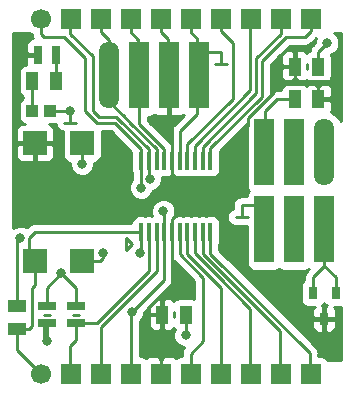
<source format=gbr>
G04 #@! TF.GenerationSoftware,KiCad,Pcbnew,(5.0.0-3-g5ebb6b6)*
G04 #@! TF.CreationDate,2019-03-01T00:57:23+03:00*
G04 #@! TF.ProjectId,mae,6D61652E6B696361645F706362000000,rev?*
G04 #@! TF.SameCoordinates,Original*
G04 #@! TF.FileFunction,Copper,L1,Top,Signal*
G04 #@! TF.FilePolarity,Positive*
%FSLAX46Y46*%
G04 Gerber Fmt 4.6, Leading zero omitted, Abs format (unit mm)*
G04 Created by KiCad (PCBNEW (5.0.0-3-g5ebb6b6)) date *
%MOMM*%
%LPD*%
G01*
G04 APERTURE LIST*
G04 #@! TA.AperFunction,SMDPad,CuDef*
%ADD10R,1.000000X1.500000*%
G04 #@! TD*
G04 #@! TA.AperFunction,SMDPad,CuDef*
%ADD11R,0.400000X1.500000*%
G04 #@! TD*
G04 #@! TA.AperFunction,SMDPad,CuDef*
%ADD12R,1.000000X1.000000*%
G04 #@! TD*
G04 #@! TA.AperFunction,SMDPad,CuDef*
%ADD13R,0.800000X1.100000*%
G04 #@! TD*
G04 #@! TA.AperFunction,SMDPad,CuDef*
%ADD14R,0.750000X1.500000*%
G04 #@! TD*
G04 #@! TA.AperFunction,SMDPad,CuDef*
%ADD15R,2.000000X2.000000*%
G04 #@! TD*
G04 #@! TA.AperFunction,SMDPad,CuDef*
%ADD16R,1.500000X0.750000*%
G04 #@! TD*
G04 #@! TA.AperFunction,ComponentPad*
%ADD17R,1.700000X1.700000*%
G04 #@! TD*
G04 #@! TA.AperFunction,ComponentPad*
%ADD18C,1.700000*%
G04 #@! TD*
G04 #@! TA.AperFunction,SMDPad,CuDef*
%ADD19O,1.700000X5.700000*%
G04 #@! TD*
G04 #@! TA.AperFunction,SMDPad,CuDef*
%ADD20R,1.700000X5.700000*%
G04 #@! TD*
G04 #@! TA.AperFunction,SMDPad,CuDef*
%ADD21R,1.500000X1.000000*%
G04 #@! TD*
G04 #@! TA.AperFunction,ViaPad*
%ADD22C,0.800000*%
G04 #@! TD*
G04 #@! TA.AperFunction,Conductor*
%ADD23C,0.250000*%
G04 #@! TD*
G04 APERTURE END LIST*
D10*
G04 #@! TO.P,C3,1*
G04 #@! TO.N,/VCC*
X107000000Y-149000000D03*
G04 #@! TO.P,C3,2*
G04 #@! TO.N,/0\0412*
X109000000Y-149000000D03*
G04 #@! TD*
D11*
G04 #@! TO.P,DD1,11*
G04 #@! TO.N,/ADCT2*
X111100000Y-136000000D03*
G04 #@! TO.P,DD1,10*
G04 #@! TO.N,/EnRS*
X111100000Y-142000000D03*
G04 #@! TO.P,DD1,12*
G04 #@! TO.N,/ADC_T1*
X110450000Y-136000000D03*
G04 #@! TO.P,DD1,9*
G04 #@! TO.N,/RX*
X110450000Y-142000000D03*
G04 #@! TO.P,DD1,13*
G04 #@! TO.N,/ADC_3V*
X109800000Y-136000000D03*
G04 #@! TO.P,DD1,8*
G04 #@! TO.N,/TX*
X109800000Y-142000000D03*
G04 #@! TO.P,DD1,14*
G04 #@! TO.N,/ADC5_6V*
X109150000Y-136000000D03*
G04 #@! TO.P,DD1,7*
G04 #@! TO.N,/G1*
X109150000Y-142000000D03*
G04 #@! TO.P,DD1,15*
G04 #@! TO.N,/0\0412*
X108500000Y-136000000D03*
G04 #@! TO.P,DD1,6*
G04 #@! TO.N,/G2*
X108500000Y-142000000D03*
G04 #@! TO.P,DD1,16*
G04 #@! TO.N,/VCC*
X107850000Y-136000000D03*
G04 #@! TO.P,DD1,5*
X107850000Y-142000000D03*
G04 #@! TO.P,DD1,17*
G04 #@! TO.N,/TXboot_SCL*
X107200000Y-136000000D03*
G04 #@! TO.P,DD1,4*
G04 #@! TO.N,/RES*
X107200000Y-142000000D03*
G04 #@! TO.P,DD1,18*
G04 #@! TO.N,/RXboot_SDA*
X106550000Y-136000000D03*
G04 #@! TO.P,DD1,3*
G04 #@! TO.N,/G3*
X106550000Y-142000000D03*
G04 #@! TO.P,DD1,19*
G04 #@! TO.N,/DIO*
X105900000Y-136000000D03*
G04 #@! TO.P,DD1,2*
G04 #@! TO.N,/G4*
X105900000Y-142000000D03*
G04 #@! TO.P,DD1,20*
G04 #@! TO.N,/CLK*
X105250000Y-136000000D03*
G04 #@! TO.P,DD1,1*
G04 #@! TO.N,/BOOT_mode*
X105250000Y-142000000D03*
G04 #@! TD*
D10*
G04 #@! TO.P,C4,2*
G04 #@! TO.N,/0\0412*
X120250000Y-128000000D03*
G04 #@! TO.P,C4,1*
G04 #@! TO.N,/VCC*
X118250000Y-128000000D03*
G04 #@! TD*
D12*
G04 #@! TO.P,HL1,1*
G04 #@! TO.N,Net-(HL1-Pad1)*
X96000000Y-131750000D03*
G04 #@! TO.P,HL1,2*
G04 #@! TO.N,/0\0412*
X97500000Y-131750000D03*
G04 #@! TD*
D10*
G04 #@! TO.P,R1,1*
G04 #@! TO.N,Net-(R1-Pad1)*
X98000000Y-129250000D03*
G04 #@! TO.P,R1,2*
G04 #@! TO.N,Net-(HL1-Pad1)*
X96000000Y-129250000D03*
G04 #@! TD*
D13*
G04 #@! TO.P,VD1,1*
G04 #@! TO.N,/VCCprog*
X121700000Y-147150000D03*
X119800000Y-147150000D03*
G04 #@! TO.P,VD1,2*
G04 #@! TO.N,/VCC*
X120750000Y-149350000D03*
G04 #@! TD*
D14*
G04 #@! TO.P,X1,1*
G04 #@! TO.N,Net-(R1-Pad1)*
X98000000Y-127000000D03*
G04 #@! TO.P,X1,2*
G04 #@! TO.N,/VCC*
X96500000Y-127000000D03*
G04 #@! TD*
D15*
G04 #@! TO.P,K1,1*
G04 #@! TO.N,/BOOT_mode*
X96250000Y-144500000D03*
G04 #@! TO.P,K1,2*
G04 #@! TO.N,/VCC*
X96250000Y-134500000D03*
G04 #@! TD*
G04 #@! TO.P,K2,2*
G04 #@! TO.N,/0\0412*
X100250000Y-134500000D03*
G04 #@! TO.P,K2,1*
G04 #@! TO.N,/RES*
X100250000Y-144500000D03*
G04 #@! TD*
D16*
G04 #@! TO.P,C1,2*
G04 #@! TO.N,/0\0412*
X99750000Y-148250000D03*
G04 #@! TO.P,C1,1*
G04 #@! TO.N,/G4*
X99750000Y-149750000D03*
G04 #@! TD*
G04 #@! TO.P,C2,1*
G04 #@! TO.N,/G3*
X97250000Y-149750000D03*
G04 #@! TO.P,C2,2*
G04 #@! TO.N,/0\0412*
X97250000Y-148250000D03*
G04 #@! TD*
D17*
G04 #@! TO.P,XP4,10*
G04 #@! TO.N,/ADCT2*
X119610000Y-124000000D03*
G04 #@! TO.P,XP4,9*
G04 #@! TO.N,/ADC_T1*
X117070000Y-124000000D03*
G04 #@! TO.P,XP4,8*
G04 #@! TO.N,/ADC_3V*
X114530000Y-124000000D03*
G04 #@! TO.P,XP4,7*
G04 #@! TO.N,/ADC5_6V*
X111990000Y-124000000D03*
G04 #@! TO.P,XP4,6*
G04 #@! TO.N,/0\0412*
X109450000Y-124000000D03*
G04 #@! TO.P,XP4,5*
G04 #@! TO.N,/VCC*
X106910000Y-124000000D03*
G04 #@! TO.P,XP4,4*
G04 #@! TO.N,/TXboot_SCL*
X104370000Y-124000000D03*
G04 #@! TO.P,XP4,3*
G04 #@! TO.N,/RXboot_SDA*
X101830000Y-124000000D03*
G04 #@! TO.P,XP4,2*
G04 #@! TO.N,/DIO*
X99290000Y-124000000D03*
D18*
G04 #@! TO.P,XP4,1*
G04 #@! TO.N,/CLK*
X96750000Y-124000000D03*
G04 #@! TD*
G04 #@! TO.P,XP1,1*
G04 #@! TO.N,/BOOT_mode*
X96750000Y-154000000D03*
D17*
G04 #@! TO.P,XP1,2*
G04 #@! TO.N,/G4*
X99290000Y-154000000D03*
G04 #@! TO.P,XP1,3*
G04 #@! TO.N,/G3*
X101830000Y-154000000D03*
G04 #@! TO.P,XP1,4*
G04 #@! TO.N,/RES*
X104370000Y-154000000D03*
G04 #@! TO.P,XP1,5*
G04 #@! TO.N,/VCC*
X106910000Y-154000000D03*
G04 #@! TO.P,XP1,6*
G04 #@! TO.N,/G2*
X109450000Y-154000000D03*
G04 #@! TO.P,XP1,7*
G04 #@! TO.N,/G1*
X111990000Y-154000000D03*
G04 #@! TO.P,XP1,8*
G04 #@! TO.N,/TX*
X114530000Y-154000000D03*
G04 #@! TO.P,XP1,9*
G04 #@! TO.N,/RX*
X117070000Y-154000000D03*
G04 #@! TO.P,XP1,10*
G04 #@! TO.N,/EnRS*
X119610000Y-154000000D03*
G04 #@! TD*
D19*
G04 #@! TO.P,XP2,1*
G04 #@! TO.N,/RXboot_SDA*
X102500000Y-128750000D03*
D20*
G04 #@! TO.P,XP2,2*
G04 #@! TO.N,/TXboot_SCL*
X105040000Y-128750000D03*
G04 #@! TO.P,XP2,3*
G04 #@! TO.N,/VCC*
X107580000Y-128750000D03*
G04 #@! TO.P,XP2,4*
G04 #@! TO.N,/0\0412*
X110120000Y-128750000D03*
G04 #@! TD*
D19*
G04 #@! TO.P,XP3,1*
G04 #@! TO.N,/DIO*
X120750000Y-135250000D03*
D20*
G04 #@! TO.P,XP3,3*
G04 #@! TO.N,/CLK*
X118210000Y-135250000D03*
G04 #@! TO.P,XP3,5*
G04 #@! TO.N,/RES*
X115670000Y-135250000D03*
G04 #@! TO.P,XP3,2*
G04 #@! TO.N,/VCCprog*
X120750000Y-141790000D03*
G04 #@! TO.P,XP3,4*
G04 #@! TO.N,/BOOT_mode*
X118210000Y-141790000D03*
G04 #@! TO.P,XP3,6*
G04 #@! TO.N,/0\0412*
X115670000Y-141790000D03*
G04 #@! TD*
D21*
G04 #@! TO.P,R2,1*
G04 #@! TO.N,/0\0412*
X94750000Y-148250000D03*
G04 #@! TO.P,R2,2*
G04 #@! TO.N,/BOOT_mode*
X94750000Y-150250000D03*
G04 #@! TD*
D10*
G04 #@! TO.P,R3,2*
G04 #@! TO.N,/RES*
X118250000Y-130750000D03*
G04 #@! TO.P,R3,1*
G04 #@! TO.N,/VCC*
X120250000Y-130750000D03*
G04 #@! TD*
D22*
G04 #@! TO.N,/0\0412*
X115750000Y-139750000D03*
X110250000Y-126750000D03*
X109000000Y-150750000D03*
X99250000Y-131750000D03*
X95000000Y-142500000D03*
X100250000Y-136250000D03*
X121000000Y-126000000D03*
X98500000Y-145500000D03*
G04 #@! TO.N,/G3*
X97250000Y-151250000D03*
G04 #@! TO.N,/RES*
X104500000Y-148750000D03*
X115750000Y-137250000D03*
X107125000Y-140250000D03*
X102000000Y-143750000D03*
G04 #@! TO.N,/BOOT_mode*
X118250000Y-140000000D03*
X105175000Y-143750000D03*
G04 #@! TO.N,/DIO*
X120750000Y-137250000D03*
X106000000Y-137500000D03*
G04 #@! TO.N,/CLK*
X118250000Y-137250000D03*
X105250000Y-138250000D03*
G04 #@! TD*
D23*
G04 #@! TO.N,*
X104500000Y-143000000D02*
X104000000Y-142500000D01*
X104000000Y-142500000D02*
X104000000Y-143500000D01*
X104000000Y-143500000D02*
X104500000Y-143000000D01*
X108000000Y-148750000D02*
X108000000Y-149250000D01*
X119250000Y-127750000D02*
X119250000Y-128250000D01*
X97000000Y-149000000D02*
X97500000Y-149000000D01*
X99500000Y-149000000D02*
X100000000Y-149000000D01*
G04 #@! TO.N,/0\0412*
X109450000Y-125100000D02*
X110000000Y-125650000D01*
X109450000Y-124000000D02*
X109450000Y-125100000D01*
X110000000Y-125650000D02*
X110000000Y-126750000D01*
X108500000Y-136000000D02*
X108500000Y-133500000D01*
X108500000Y-133500000D02*
X110000000Y-132000000D01*
X110000000Y-132000000D02*
X110000000Y-130250000D01*
X115710000Y-139790000D02*
X115750000Y-139750000D01*
X115670000Y-139790000D02*
X115710000Y-139790000D01*
X110120000Y-126750000D02*
X110250000Y-126750000D01*
X109000000Y-149000000D02*
X109000000Y-150750000D01*
X97500000Y-131750000D02*
X99250000Y-131750000D01*
X94750000Y-142750000D02*
X95000000Y-142500000D01*
X94750000Y-148250000D02*
X94750000Y-142750000D01*
X100250000Y-134500000D02*
X100250000Y-136250000D01*
X120250000Y-126750000D02*
X120250000Y-128000000D01*
X121000000Y-126000000D02*
X120250000Y-126750000D01*
X97250000Y-146750000D02*
X98500000Y-145500000D01*
X97250000Y-148250000D02*
X97250000Y-146750000D01*
X99750000Y-146750000D02*
X98500000Y-145500000D01*
X99750000Y-148250000D02*
X99750000Y-146750000D01*
X99250000Y-131750000D02*
X99250000Y-132750000D01*
X99250000Y-132750000D02*
X98750000Y-132750000D01*
X99250000Y-132750000D02*
X99750000Y-132750000D01*
X112000000Y-127750000D02*
X111500000Y-127750000D01*
X112000000Y-127750000D02*
X112500000Y-127750000D01*
X112000000Y-126750000D02*
X112000000Y-127750000D01*
X110250000Y-126750000D02*
X112000000Y-126750000D01*
X115750000Y-139750000D02*
X113750000Y-139750000D01*
X113750000Y-139750000D02*
X113750000Y-140750000D01*
X113750000Y-140750000D02*
X113250000Y-140750000D01*
X113750000Y-140750000D02*
X114250000Y-140750000D01*
G04 #@! TO.N,/VCC*
X106910000Y-125100000D02*
X107500000Y-125690000D01*
X106910000Y-124000000D02*
X106910000Y-125100000D01*
X107500000Y-125690000D02*
X107500000Y-127000000D01*
X107850000Y-136000000D02*
X107850000Y-132350000D01*
X107850000Y-132350000D02*
X107500000Y-132000000D01*
X107500000Y-132000000D02*
X107500000Y-129250000D01*
X106910000Y-154000000D02*
X106910000Y-149090000D01*
X107000000Y-149000000D02*
X107000000Y-147500000D01*
X107850000Y-146650000D02*
X107850000Y-145000000D01*
X107000000Y-147500000D02*
X107850000Y-146650000D01*
X107850000Y-142000000D02*
X107850000Y-145000000D01*
X120250000Y-129750000D02*
X120000000Y-129500000D01*
X120250000Y-130750000D02*
X120250000Y-129750000D01*
X119000000Y-129500000D02*
X118500000Y-129500000D01*
X118500000Y-129500000D02*
X118250000Y-129250000D01*
X118250000Y-129250000D02*
X118250000Y-128000000D01*
X107850000Y-142000000D02*
X107850000Y-140900000D01*
X107850000Y-140900000D02*
X108250000Y-140500000D01*
X108250000Y-140500000D02*
X108250000Y-138500000D01*
X108250000Y-138500000D02*
X108750000Y-138000000D01*
X108750000Y-138000000D02*
X107850000Y-137100000D01*
X107850000Y-137000000D02*
X107850000Y-136100000D01*
X107850000Y-137100000D02*
X107850000Y-137000000D01*
X118250000Y-128000000D02*
X118250000Y-129000000D01*
X118250000Y-129000000D02*
X118000000Y-129250000D01*
X118000000Y-129250000D02*
X117250000Y-129250000D01*
X118250000Y-129000000D02*
X118500000Y-129250000D01*
X118500000Y-129250000D02*
X121500000Y-129250000D01*
X119250000Y-129500000D02*
X117000000Y-129500000D01*
X120000000Y-129500000D02*
X119250000Y-129500000D01*
X119250000Y-129500000D02*
X119000000Y-129500000D01*
X120250000Y-129750000D02*
X120500000Y-129500000D01*
X120500000Y-129500000D02*
X121500000Y-129500000D01*
X107850000Y-136000000D02*
X107850000Y-137150000D01*
X107850000Y-137150000D02*
X107500000Y-137500000D01*
X114250000Y-133000000D02*
X112750000Y-134500000D01*
X114250000Y-132386410D02*
X114250000Y-133000000D01*
X116500000Y-130136410D02*
X114250000Y-132386410D01*
X112750000Y-136750000D02*
X111500000Y-138000000D01*
X112750000Y-134500000D02*
X112750000Y-136750000D01*
X116500000Y-128500000D02*
X116500000Y-130136410D01*
X111500000Y-138000000D02*
X108750000Y-138000000D01*
X117000000Y-128000000D02*
X116500000Y-128500000D01*
X118250000Y-128000000D02*
X117000000Y-128000000D01*
X107000000Y-149000000D02*
X106000000Y-149000000D01*
X106000000Y-149000000D02*
X105750000Y-149000000D01*
X105750000Y-149000000D02*
X105750000Y-148750000D01*
X105750000Y-148750000D02*
X105750000Y-148500000D01*
X107500000Y-146750000D02*
X108000000Y-146250000D01*
X105750000Y-148500000D02*
X107500000Y-146750000D01*
X107500000Y-146750000D02*
X107750000Y-146500000D01*
G04 #@! TO.N,/RX*
X110450000Y-143836410D02*
X117000000Y-150386410D01*
X110450000Y-142000000D02*
X110450000Y-143836410D01*
X117000000Y-150386410D02*
X117000000Y-153750000D01*
G04 #@! TO.N,/G4*
X105900000Y-142000000D02*
X105900000Y-145350000D01*
X105900000Y-145350000D02*
X101500000Y-149750000D01*
X99250000Y-151625000D02*
X99250000Y-153549990D01*
X99750000Y-149750000D02*
X99750000Y-151125000D01*
X99750000Y-151125000D02*
X99250000Y-151625000D01*
X99750000Y-149750000D02*
X101000000Y-149750000D01*
X101000000Y-149750000D02*
X101500000Y-149750000D01*
X100500000Y-149750000D02*
X101000000Y-149750000D01*
G04 #@! TO.N,/G3*
X101830000Y-150750000D02*
X101830000Y-154000000D01*
X101830000Y-150056410D02*
X101830000Y-150750000D01*
X106550000Y-145336410D02*
X101830000Y-150056410D01*
X106550000Y-142000000D02*
X106550000Y-145336410D01*
X97000000Y-151250000D02*
X97000000Y-150500000D01*
X97000000Y-150500000D02*
X97000000Y-150750000D01*
X97000000Y-150500000D02*
X97000000Y-149750000D01*
X97250000Y-151250000D02*
X97250000Y-149750000D01*
G04 #@! TO.N,/G2*
X108500000Y-142000000D02*
X108500000Y-143886410D01*
X109450000Y-154000000D02*
X109450000Y-152300000D01*
X109450000Y-152300000D02*
X110500000Y-151250000D01*
X110500000Y-151250000D02*
X110500000Y-145886410D01*
X108500000Y-143886410D02*
X110500000Y-145886410D01*
G04 #@! TO.N,/G1*
X109150000Y-142000000D02*
X109150000Y-143900000D01*
X109150000Y-143900000D02*
X112000000Y-146750000D01*
X112000000Y-146750000D02*
X112000000Y-154000000D01*
G04 #@! TO.N,/RES*
X104370000Y-148880000D02*
X104500000Y-148750000D01*
X104370000Y-154000000D02*
X104370000Y-148880000D01*
X107200000Y-146050000D02*
X107000000Y-146250000D01*
X107200000Y-142000000D02*
X107200000Y-146050000D01*
X104500000Y-148750000D02*
X107000000Y-146250000D01*
X115670000Y-137250000D02*
X115750000Y-137250000D01*
X107200000Y-140325000D02*
X107125000Y-140250000D01*
X107200000Y-142000000D02*
X107200000Y-140325000D01*
X118250000Y-130750000D02*
X116750000Y-130750000D01*
X116750000Y-130750000D02*
X115750000Y-131750000D01*
X115750000Y-131750000D02*
X115750000Y-135000000D01*
X100250000Y-144500000D02*
X101750000Y-144500000D01*
X101750000Y-144500000D02*
X102000000Y-144250000D01*
X102000000Y-144250000D02*
X102000000Y-143750000D01*
G04 #@! TO.N,/TX*
X109800000Y-143822820D02*
X112250000Y-146272820D01*
X109800000Y-142000000D02*
X109800000Y-143822820D01*
X109800000Y-143822820D02*
X114500000Y-148522820D01*
X114500000Y-148522820D02*
X114500000Y-154000000D01*
G04 #@! TO.N,/EnRS*
X111100000Y-142000000D02*
X111100000Y-143850000D01*
X111100000Y-143850000D02*
X119500000Y-152250000D01*
X119500000Y-152250000D02*
X119500000Y-154250000D01*
G04 #@! TO.N,Net-(R1-Pad1)*
X98000000Y-129250000D02*
X98000000Y-127250000D01*
G04 #@! TO.N,/VCCprog*
X120750000Y-144900000D02*
X119800000Y-145850000D01*
X120750000Y-139790000D02*
X120750000Y-144900000D01*
X121700000Y-145850000D02*
X120750000Y-144900000D01*
X121700000Y-147150000D02*
X121700000Y-146250000D01*
X121700000Y-146250000D02*
X121700000Y-145850000D01*
X121700000Y-146650000D02*
X121700000Y-146250000D01*
X119800000Y-147150000D02*
X119800000Y-146500000D01*
X119800000Y-146500000D02*
X119800000Y-146650000D01*
X119800000Y-145850000D02*
X119800000Y-146500000D01*
G04 #@! TO.N,/ADC_T1*
X110450000Y-134800000D02*
X110450000Y-136000000D01*
X115000000Y-130250000D02*
X110450000Y-134800000D01*
X115000000Y-127320000D02*
X115000000Y-130250000D01*
X117070000Y-125250000D02*
X115000000Y-127320000D01*
X117070000Y-124000000D02*
X117070000Y-125250000D01*
G04 #@! TO.N,/ADCT2*
X115450010Y-130549990D02*
X111100000Y-134900000D01*
X115450010Y-127549990D02*
X115450010Y-130549990D01*
X117500000Y-125500000D02*
X115450010Y-127549990D01*
X111100000Y-134900000D02*
X111100000Y-136000000D01*
X119610000Y-125000000D02*
X119110000Y-125500000D01*
X119110000Y-125500000D02*
X117500000Y-125500000D01*
X119610000Y-124000000D02*
X119610000Y-125000000D01*
G04 #@! TO.N,/BOOT_mode*
X105250000Y-142000000D02*
X104800000Y-142000000D01*
X104800000Y-142000000D02*
X96250000Y-142000000D01*
X96250000Y-142000000D02*
X95750000Y-142500000D01*
X95750000Y-142500000D02*
X95750000Y-144000000D01*
X95750000Y-153000000D02*
X96750000Y-154000000D01*
X118210000Y-139960000D02*
X118250000Y-140000000D01*
X118210000Y-139790000D02*
X118210000Y-139960000D01*
X105250000Y-143675000D02*
X105175000Y-143750000D01*
X105250000Y-142000000D02*
X105250000Y-143675000D01*
X94750000Y-150250000D02*
X94750000Y-151500000D01*
X94750000Y-152000000D02*
X94750000Y-151500000D01*
X95750000Y-153000000D02*
X94750000Y-152000000D01*
X95750000Y-150250000D02*
X96000000Y-150000000D01*
X94750000Y-150250000D02*
X95750000Y-150250000D01*
X96000000Y-150000000D02*
X96000000Y-147250000D01*
X96000000Y-147250000D02*
X96000000Y-146750000D01*
X96000000Y-146750000D02*
X96250000Y-146500000D01*
X96250000Y-146500000D02*
X96250000Y-144500000D01*
G04 #@! TO.N,/ADC_3V*
X109800000Y-136000000D02*
X109800000Y-134700000D01*
X109800000Y-134700000D02*
X114500000Y-130000000D01*
X114500000Y-130000000D02*
X114500000Y-124000000D01*
G04 #@! TO.N,/ADC5_6V*
X111990000Y-125000000D02*
X112000000Y-125000000D01*
X111990000Y-124000000D02*
X111990000Y-125000000D01*
X112000000Y-125000000D02*
X113000000Y-126000000D01*
X113000000Y-126000000D02*
X113000000Y-130750000D01*
X109150000Y-134600000D02*
X113000000Y-130750000D01*
X109150000Y-136000000D02*
X109150000Y-134600000D01*
G04 #@! TO.N,/TXboot_SCL*
X104370000Y-125100000D02*
X105000000Y-125730000D01*
X104370000Y-124000000D02*
X104370000Y-125100000D01*
X105000000Y-125730000D02*
X105000000Y-128000000D01*
X107200000Y-136000000D02*
X107200000Y-135000000D01*
X105040000Y-126750000D02*
X105040000Y-132840000D01*
X105450000Y-133250000D02*
X105250000Y-133050000D01*
X105040000Y-132840000D02*
X105450000Y-133250000D01*
X107200000Y-135000000D02*
X105450000Y-133250000D01*
G04 #@! TO.N,/RXboot_SDA*
X101830000Y-125100000D02*
X102500000Y-125770000D01*
X101830000Y-124000000D02*
X101830000Y-125100000D01*
X102500000Y-125770000D02*
X102500000Y-127750000D01*
X104300000Y-132750000D02*
X104286410Y-132750000D01*
X106550000Y-135000000D02*
X104300000Y-132750000D01*
X106550000Y-136000000D02*
X106550000Y-135000000D01*
X104286410Y-132750000D02*
X103750000Y-132213590D01*
X103750000Y-132213590D02*
X102536410Y-131000000D01*
X102536410Y-131000000D02*
X102536410Y-130786410D01*
G04 #@! TO.N,/DIO*
X103400000Y-132500000D02*
X103386410Y-132500000D01*
X105900000Y-135000000D02*
X103400000Y-132500000D01*
X105900000Y-136000000D02*
X105900000Y-135000000D01*
X103386410Y-132500000D02*
X103136410Y-132250000D01*
X103136410Y-132250000D02*
X101636410Y-132250000D01*
X105900000Y-137400000D02*
X106000000Y-137500000D01*
X105900000Y-136000000D02*
X105900000Y-137400000D01*
X101136410Y-127136410D02*
X99250000Y-125250000D01*
X101136410Y-131750000D02*
X101136410Y-127136410D01*
X99250000Y-125250000D02*
X99250000Y-124000000D01*
X101636410Y-132250000D02*
X101136410Y-131750000D01*
G04 #@! TO.N,/CLK*
X118210000Y-137250000D02*
X118250000Y-137250000D01*
X105250000Y-136000000D02*
X105250000Y-138250000D01*
X105250000Y-135000000D02*
X105250000Y-136000000D01*
X103000000Y-132750000D02*
X105250000Y-135000000D01*
X101500000Y-132750000D02*
X103000000Y-132750000D01*
X96750000Y-125250000D02*
X97000000Y-125500000D01*
X100500000Y-127250000D02*
X100500000Y-131750000D01*
X98750000Y-125500000D02*
X100500000Y-127250000D01*
X100500000Y-131750000D02*
X101500000Y-132750000D01*
X97000000Y-125500000D02*
X98750000Y-125500000D01*
X96750000Y-124000000D02*
X96750000Y-125250000D01*
G04 #@! TO.N,Net-(HL1-Pad1)*
X96000000Y-129250000D02*
X96000000Y-131500000D01*
G04 #@! TD*
G04 #@! TO.N,/VCC*
G36*
X95914480Y-125250445D02*
X95991763Y-125282457D01*
X96030534Y-125477364D01*
X96043517Y-125542635D01*
X96098551Y-125625000D01*
X96000680Y-125625000D01*
X95770966Y-125720150D01*
X95595151Y-125895966D01*
X95500000Y-126125680D01*
X95500000Y-126768750D01*
X95656250Y-126925000D01*
X96425000Y-126925000D01*
X96425000Y-126905000D01*
X96575000Y-126905000D01*
X96575000Y-126925000D01*
X96595000Y-126925000D01*
X96595000Y-127075000D01*
X96575000Y-127075000D01*
X96575000Y-127095000D01*
X96425000Y-127095000D01*
X96425000Y-127075000D01*
X95656250Y-127075000D01*
X95500000Y-127231250D01*
X95500000Y-127862756D01*
X95256137Y-127911263D01*
X95049400Y-128049400D01*
X94911263Y-128256137D01*
X94862756Y-128500000D01*
X94862756Y-130000000D01*
X94911263Y-130243863D01*
X95049400Y-130450600D01*
X95250001Y-130584637D01*
X95250001Y-130665363D01*
X95049400Y-130799400D01*
X94911263Y-131006137D01*
X94862756Y-131250000D01*
X94862756Y-132250000D01*
X94911263Y-132493863D01*
X95049400Y-132700600D01*
X95256137Y-132838737D01*
X95438445Y-132875000D01*
X95125680Y-132875000D01*
X94895966Y-132970151D01*
X94720150Y-133145966D01*
X94625000Y-133375680D01*
X94625000Y-134268750D01*
X94781250Y-134425000D01*
X96175000Y-134425000D01*
X96175000Y-134405000D01*
X96325000Y-134405000D01*
X96325000Y-134425000D01*
X97718750Y-134425000D01*
X97875000Y-134268750D01*
X97875000Y-133375680D01*
X97779850Y-133145966D01*
X97604034Y-132970151D01*
X97403880Y-132887244D01*
X98000000Y-132887244D01*
X98012127Y-132884832D01*
X98043516Y-133042635D01*
X98209280Y-133290720D01*
X98457365Y-133456484D01*
X98615168Y-133487873D01*
X98612756Y-133500000D01*
X98612756Y-135500000D01*
X98661263Y-135743863D01*
X98799400Y-135950600D01*
X99006137Y-136088737D01*
X99225000Y-136132271D01*
X99225000Y-136453885D01*
X99381047Y-136830616D01*
X99669384Y-137118953D01*
X100046115Y-137275000D01*
X100453885Y-137275000D01*
X100830616Y-137118953D01*
X101118953Y-136830616D01*
X101275000Y-136453885D01*
X101275000Y-136132271D01*
X101493863Y-136088737D01*
X101700600Y-135950600D01*
X101838737Y-135743863D01*
X101887244Y-135500000D01*
X101887244Y-133500000D01*
X102689341Y-133500000D01*
X104417167Y-135227826D01*
X104412756Y-135250000D01*
X104412756Y-136750000D01*
X104461263Y-136993863D01*
X104500000Y-137051838D01*
X104500001Y-137550430D01*
X104381047Y-137669384D01*
X104225000Y-138046115D01*
X104225000Y-138453885D01*
X104381047Y-138830616D01*
X104669384Y-139118953D01*
X105046115Y-139275000D01*
X105453885Y-139275000D01*
X105830616Y-139118953D01*
X106118953Y-138830616D01*
X106254171Y-138504171D01*
X106580616Y-138368953D01*
X106868953Y-138080616D01*
X107025000Y-137703885D01*
X107025000Y-137387244D01*
X107400000Y-137387244D01*
X107504877Y-137366383D01*
X107525680Y-137375000D01*
X107618750Y-137375000D01*
X107677465Y-137316285D01*
X107850000Y-137201001D01*
X108022535Y-137316285D01*
X108081250Y-137375000D01*
X108174320Y-137375000D01*
X108195123Y-137366383D01*
X108300000Y-137387244D01*
X108700000Y-137387244D01*
X108825000Y-137362380D01*
X108950000Y-137387244D01*
X109350000Y-137387244D01*
X109475000Y-137362380D01*
X109600000Y-137387244D01*
X110000000Y-137387244D01*
X110125000Y-137362380D01*
X110250000Y-137387244D01*
X110650000Y-137387244D01*
X110775000Y-137362380D01*
X110900000Y-137387244D01*
X111300000Y-137387244D01*
X111543863Y-137338737D01*
X111750600Y-137200600D01*
X111888737Y-136993863D01*
X111937244Y-136750000D01*
X111937244Y-135250000D01*
X111916242Y-135144417D01*
X114182756Y-132877904D01*
X114182756Y-138100000D01*
X114231263Y-138343863D01*
X114348954Y-138520000D01*
X114231263Y-138696137D01*
X114182756Y-138940000D01*
X114182756Y-139000000D01*
X113823866Y-139000000D01*
X113750000Y-138985307D01*
X113475041Y-139040000D01*
X113457365Y-139043516D01*
X113209280Y-139209280D01*
X113043516Y-139457365D01*
X112985307Y-139750000D01*
X113000000Y-139823867D01*
X113000000Y-140035035D01*
X112957365Y-140043516D01*
X112709280Y-140209280D01*
X112543516Y-140457365D01*
X112485307Y-140750000D01*
X112543516Y-141042635D01*
X112709280Y-141290720D01*
X112957365Y-141456484D01*
X113176134Y-141500000D01*
X113676134Y-141500000D01*
X113750000Y-141514693D01*
X113823866Y-141500000D01*
X114182756Y-141500000D01*
X114182756Y-144640000D01*
X114231263Y-144883863D01*
X114369400Y-145090600D01*
X114576137Y-145228737D01*
X114820000Y-145277244D01*
X116520000Y-145277244D01*
X116763863Y-145228737D01*
X116940000Y-145111046D01*
X117116137Y-145228737D01*
X117360000Y-145277244D01*
X119060000Y-145277244D01*
X119303863Y-145228737D01*
X119474860Y-145114480D01*
X119321906Y-145267435D01*
X119259280Y-145309280D01*
X119093516Y-145557366D01*
X119063298Y-145709281D01*
X119035307Y-145850000D01*
X119050000Y-145923865D01*
X119050000Y-146082181D01*
X118949400Y-146149400D01*
X118811263Y-146356137D01*
X118762756Y-146600000D01*
X118762756Y-147700000D01*
X118811263Y-147943863D01*
X118949400Y-148150600D01*
X119156137Y-148288737D01*
X119400000Y-148337244D01*
X119928873Y-148337244D01*
X119820150Y-148445966D01*
X119725000Y-148675680D01*
X119725000Y-149118750D01*
X119881250Y-149275000D01*
X120675000Y-149275000D01*
X120675000Y-148331250D01*
X120556935Y-148213185D01*
X120650600Y-148150600D01*
X120750000Y-148001837D01*
X120849400Y-148150600D01*
X120943065Y-148213185D01*
X120825000Y-148331250D01*
X120825000Y-149275000D01*
X121618750Y-149275000D01*
X121775000Y-149118750D01*
X121775000Y-148675680D01*
X121679850Y-148445966D01*
X121571127Y-148337244D01*
X122100000Y-148337244D01*
X122125000Y-148332271D01*
X122125000Y-152875000D01*
X121027932Y-152875000D01*
X120910600Y-152699400D01*
X120703863Y-152561263D01*
X120460000Y-152512756D01*
X120250000Y-152512756D01*
X120250000Y-152323865D01*
X120264693Y-152250000D01*
X120238626Y-152118953D01*
X120206484Y-151957365D01*
X120040720Y-151709280D01*
X119978097Y-151667437D01*
X117891910Y-149581250D01*
X119725000Y-149581250D01*
X119725000Y-150024320D01*
X119820150Y-150254034D01*
X119995966Y-150429849D01*
X120225680Y-150525000D01*
X120518750Y-150525000D01*
X120675000Y-150368750D01*
X120675000Y-149425000D01*
X120825000Y-149425000D01*
X120825000Y-150368750D01*
X120981250Y-150525000D01*
X121274320Y-150525000D01*
X121504034Y-150429849D01*
X121679850Y-150254034D01*
X121775000Y-150024320D01*
X121775000Y-149581250D01*
X121618750Y-149425000D01*
X120825000Y-149425000D01*
X120675000Y-149425000D01*
X119881250Y-149425000D01*
X119725000Y-149581250D01*
X117891910Y-149581250D01*
X111850000Y-143539341D01*
X111850000Y-143051837D01*
X111888737Y-142993863D01*
X111937244Y-142750000D01*
X111937244Y-141250000D01*
X111888737Y-141006137D01*
X111750600Y-140799400D01*
X111543863Y-140661263D01*
X111300000Y-140612756D01*
X110900000Y-140612756D01*
X110775000Y-140637620D01*
X110650000Y-140612756D01*
X110250000Y-140612756D01*
X110125000Y-140637620D01*
X110000000Y-140612756D01*
X109600000Y-140612756D01*
X109475000Y-140637620D01*
X109350000Y-140612756D01*
X108950000Y-140612756D01*
X108825000Y-140637620D01*
X108700000Y-140612756D01*
X108300000Y-140612756D01*
X108195123Y-140633617D01*
X108174320Y-140625000D01*
X108081250Y-140625000D01*
X108077617Y-140628633D01*
X108150000Y-140453885D01*
X108150000Y-140046115D01*
X107993953Y-139669384D01*
X107705616Y-139381047D01*
X107328885Y-139225000D01*
X106921115Y-139225000D01*
X106544384Y-139381047D01*
X106256047Y-139669384D01*
X106100000Y-140046115D01*
X106100000Y-140453885D01*
X106171715Y-140627021D01*
X106100000Y-140612756D01*
X105700000Y-140612756D01*
X105575000Y-140637620D01*
X105450000Y-140612756D01*
X105050000Y-140612756D01*
X104806137Y-140661263D01*
X104599400Y-140799400D01*
X104461263Y-141006137D01*
X104412756Y-141250000D01*
X96323865Y-141250000D01*
X96250000Y-141235307D01*
X96176135Y-141250000D01*
X96176134Y-141250000D01*
X95957365Y-141293516D01*
X95709280Y-141459280D01*
X95667436Y-141521904D01*
X95564831Y-141624509D01*
X95203885Y-141475000D01*
X94796115Y-141475000D01*
X94419384Y-141631047D01*
X94375000Y-141675431D01*
X94375000Y-134731250D01*
X94625000Y-134731250D01*
X94625000Y-135624320D01*
X94720150Y-135854034D01*
X94895966Y-136029849D01*
X95125680Y-136125000D01*
X96018750Y-136125000D01*
X96175000Y-135968750D01*
X96175000Y-134575000D01*
X96325000Y-134575000D01*
X96325000Y-135968750D01*
X96481250Y-136125000D01*
X97374320Y-136125000D01*
X97604034Y-136029849D01*
X97779850Y-135854034D01*
X97875000Y-135624320D01*
X97875000Y-134731250D01*
X97718750Y-134575000D01*
X96325000Y-134575000D01*
X96175000Y-134575000D01*
X94781250Y-134575000D01*
X94625000Y-134731250D01*
X94375000Y-134731250D01*
X94375000Y-125125000D01*
X95789035Y-125125000D01*
X95914480Y-125250445D01*
X95914480Y-125250445D01*
G37*
X95914480Y-125250445D02*
X95991763Y-125282457D01*
X96030534Y-125477364D01*
X96043517Y-125542635D01*
X96098551Y-125625000D01*
X96000680Y-125625000D01*
X95770966Y-125720150D01*
X95595151Y-125895966D01*
X95500000Y-126125680D01*
X95500000Y-126768750D01*
X95656250Y-126925000D01*
X96425000Y-126925000D01*
X96425000Y-126905000D01*
X96575000Y-126905000D01*
X96575000Y-126925000D01*
X96595000Y-126925000D01*
X96595000Y-127075000D01*
X96575000Y-127075000D01*
X96575000Y-127095000D01*
X96425000Y-127095000D01*
X96425000Y-127075000D01*
X95656250Y-127075000D01*
X95500000Y-127231250D01*
X95500000Y-127862756D01*
X95256137Y-127911263D01*
X95049400Y-128049400D01*
X94911263Y-128256137D01*
X94862756Y-128500000D01*
X94862756Y-130000000D01*
X94911263Y-130243863D01*
X95049400Y-130450600D01*
X95250001Y-130584637D01*
X95250001Y-130665363D01*
X95049400Y-130799400D01*
X94911263Y-131006137D01*
X94862756Y-131250000D01*
X94862756Y-132250000D01*
X94911263Y-132493863D01*
X95049400Y-132700600D01*
X95256137Y-132838737D01*
X95438445Y-132875000D01*
X95125680Y-132875000D01*
X94895966Y-132970151D01*
X94720150Y-133145966D01*
X94625000Y-133375680D01*
X94625000Y-134268750D01*
X94781250Y-134425000D01*
X96175000Y-134425000D01*
X96175000Y-134405000D01*
X96325000Y-134405000D01*
X96325000Y-134425000D01*
X97718750Y-134425000D01*
X97875000Y-134268750D01*
X97875000Y-133375680D01*
X97779850Y-133145966D01*
X97604034Y-132970151D01*
X97403880Y-132887244D01*
X98000000Y-132887244D01*
X98012127Y-132884832D01*
X98043516Y-133042635D01*
X98209280Y-133290720D01*
X98457365Y-133456484D01*
X98615168Y-133487873D01*
X98612756Y-133500000D01*
X98612756Y-135500000D01*
X98661263Y-135743863D01*
X98799400Y-135950600D01*
X99006137Y-136088737D01*
X99225000Y-136132271D01*
X99225000Y-136453885D01*
X99381047Y-136830616D01*
X99669384Y-137118953D01*
X100046115Y-137275000D01*
X100453885Y-137275000D01*
X100830616Y-137118953D01*
X101118953Y-136830616D01*
X101275000Y-136453885D01*
X101275000Y-136132271D01*
X101493863Y-136088737D01*
X101700600Y-135950600D01*
X101838737Y-135743863D01*
X101887244Y-135500000D01*
X101887244Y-133500000D01*
X102689341Y-133500000D01*
X104417167Y-135227826D01*
X104412756Y-135250000D01*
X104412756Y-136750000D01*
X104461263Y-136993863D01*
X104500000Y-137051838D01*
X104500001Y-137550430D01*
X104381047Y-137669384D01*
X104225000Y-138046115D01*
X104225000Y-138453885D01*
X104381047Y-138830616D01*
X104669384Y-139118953D01*
X105046115Y-139275000D01*
X105453885Y-139275000D01*
X105830616Y-139118953D01*
X106118953Y-138830616D01*
X106254171Y-138504171D01*
X106580616Y-138368953D01*
X106868953Y-138080616D01*
X107025000Y-137703885D01*
X107025000Y-137387244D01*
X107400000Y-137387244D01*
X107504877Y-137366383D01*
X107525680Y-137375000D01*
X107618750Y-137375000D01*
X107677465Y-137316285D01*
X107850000Y-137201001D01*
X108022535Y-137316285D01*
X108081250Y-137375000D01*
X108174320Y-137375000D01*
X108195123Y-137366383D01*
X108300000Y-137387244D01*
X108700000Y-137387244D01*
X108825000Y-137362380D01*
X108950000Y-137387244D01*
X109350000Y-137387244D01*
X109475000Y-137362380D01*
X109600000Y-137387244D01*
X110000000Y-137387244D01*
X110125000Y-137362380D01*
X110250000Y-137387244D01*
X110650000Y-137387244D01*
X110775000Y-137362380D01*
X110900000Y-137387244D01*
X111300000Y-137387244D01*
X111543863Y-137338737D01*
X111750600Y-137200600D01*
X111888737Y-136993863D01*
X111937244Y-136750000D01*
X111937244Y-135250000D01*
X111916242Y-135144417D01*
X114182756Y-132877904D01*
X114182756Y-138100000D01*
X114231263Y-138343863D01*
X114348954Y-138520000D01*
X114231263Y-138696137D01*
X114182756Y-138940000D01*
X114182756Y-139000000D01*
X113823866Y-139000000D01*
X113750000Y-138985307D01*
X113475041Y-139040000D01*
X113457365Y-139043516D01*
X113209280Y-139209280D01*
X113043516Y-139457365D01*
X112985307Y-139750000D01*
X113000000Y-139823867D01*
X113000000Y-140035035D01*
X112957365Y-140043516D01*
X112709280Y-140209280D01*
X112543516Y-140457365D01*
X112485307Y-140750000D01*
X112543516Y-141042635D01*
X112709280Y-141290720D01*
X112957365Y-141456484D01*
X113176134Y-141500000D01*
X113676134Y-141500000D01*
X113750000Y-141514693D01*
X113823866Y-141500000D01*
X114182756Y-141500000D01*
X114182756Y-144640000D01*
X114231263Y-144883863D01*
X114369400Y-145090600D01*
X114576137Y-145228737D01*
X114820000Y-145277244D01*
X116520000Y-145277244D01*
X116763863Y-145228737D01*
X116940000Y-145111046D01*
X117116137Y-145228737D01*
X117360000Y-145277244D01*
X119060000Y-145277244D01*
X119303863Y-145228737D01*
X119474860Y-145114480D01*
X119321906Y-145267435D01*
X119259280Y-145309280D01*
X119093516Y-145557366D01*
X119063298Y-145709281D01*
X119035307Y-145850000D01*
X119050000Y-145923865D01*
X119050000Y-146082181D01*
X118949400Y-146149400D01*
X118811263Y-146356137D01*
X118762756Y-146600000D01*
X118762756Y-147700000D01*
X118811263Y-147943863D01*
X118949400Y-148150600D01*
X119156137Y-148288737D01*
X119400000Y-148337244D01*
X119928873Y-148337244D01*
X119820150Y-148445966D01*
X119725000Y-148675680D01*
X119725000Y-149118750D01*
X119881250Y-149275000D01*
X120675000Y-149275000D01*
X120675000Y-148331250D01*
X120556935Y-148213185D01*
X120650600Y-148150600D01*
X120750000Y-148001837D01*
X120849400Y-148150600D01*
X120943065Y-148213185D01*
X120825000Y-148331250D01*
X120825000Y-149275000D01*
X121618750Y-149275000D01*
X121775000Y-149118750D01*
X121775000Y-148675680D01*
X121679850Y-148445966D01*
X121571127Y-148337244D01*
X122100000Y-148337244D01*
X122125000Y-148332271D01*
X122125000Y-152875000D01*
X121027932Y-152875000D01*
X120910600Y-152699400D01*
X120703863Y-152561263D01*
X120460000Y-152512756D01*
X120250000Y-152512756D01*
X120250000Y-152323865D01*
X120264693Y-152250000D01*
X120238626Y-152118953D01*
X120206484Y-151957365D01*
X120040720Y-151709280D01*
X119978097Y-151667437D01*
X117891910Y-149581250D01*
X119725000Y-149581250D01*
X119725000Y-150024320D01*
X119820150Y-150254034D01*
X119995966Y-150429849D01*
X120225680Y-150525000D01*
X120518750Y-150525000D01*
X120675000Y-150368750D01*
X120675000Y-149425000D01*
X120825000Y-149425000D01*
X120825000Y-150368750D01*
X120981250Y-150525000D01*
X121274320Y-150525000D01*
X121504034Y-150429849D01*
X121679850Y-150254034D01*
X121775000Y-150024320D01*
X121775000Y-149581250D01*
X121618750Y-149425000D01*
X120825000Y-149425000D01*
X120675000Y-149425000D01*
X119881250Y-149425000D01*
X119725000Y-149581250D01*
X117891910Y-149581250D01*
X111850000Y-143539341D01*
X111850000Y-143051837D01*
X111888737Y-142993863D01*
X111937244Y-142750000D01*
X111937244Y-141250000D01*
X111888737Y-141006137D01*
X111750600Y-140799400D01*
X111543863Y-140661263D01*
X111300000Y-140612756D01*
X110900000Y-140612756D01*
X110775000Y-140637620D01*
X110650000Y-140612756D01*
X110250000Y-140612756D01*
X110125000Y-140637620D01*
X110000000Y-140612756D01*
X109600000Y-140612756D01*
X109475000Y-140637620D01*
X109350000Y-140612756D01*
X108950000Y-140612756D01*
X108825000Y-140637620D01*
X108700000Y-140612756D01*
X108300000Y-140612756D01*
X108195123Y-140633617D01*
X108174320Y-140625000D01*
X108081250Y-140625000D01*
X108077617Y-140628633D01*
X108150000Y-140453885D01*
X108150000Y-140046115D01*
X107993953Y-139669384D01*
X107705616Y-139381047D01*
X107328885Y-139225000D01*
X106921115Y-139225000D01*
X106544384Y-139381047D01*
X106256047Y-139669384D01*
X106100000Y-140046115D01*
X106100000Y-140453885D01*
X106171715Y-140627021D01*
X106100000Y-140612756D01*
X105700000Y-140612756D01*
X105575000Y-140637620D01*
X105450000Y-140612756D01*
X105050000Y-140612756D01*
X104806137Y-140661263D01*
X104599400Y-140799400D01*
X104461263Y-141006137D01*
X104412756Y-141250000D01*
X96323865Y-141250000D01*
X96250000Y-141235307D01*
X96176135Y-141250000D01*
X96176134Y-141250000D01*
X95957365Y-141293516D01*
X95709280Y-141459280D01*
X95667436Y-141521904D01*
X95564831Y-141624509D01*
X95203885Y-141475000D01*
X94796115Y-141475000D01*
X94419384Y-141631047D01*
X94375000Y-141675431D01*
X94375000Y-134731250D01*
X94625000Y-134731250D01*
X94625000Y-135624320D01*
X94720150Y-135854034D01*
X94895966Y-136029849D01*
X95125680Y-136125000D01*
X96018750Y-136125000D01*
X96175000Y-135968750D01*
X96175000Y-134575000D01*
X96325000Y-134575000D01*
X96325000Y-135968750D01*
X96481250Y-136125000D01*
X97374320Y-136125000D01*
X97604034Y-136029849D01*
X97779850Y-135854034D01*
X97875000Y-135624320D01*
X97875000Y-134731250D01*
X97718750Y-134575000D01*
X96325000Y-134575000D01*
X96175000Y-134575000D01*
X94781250Y-134575000D01*
X94625000Y-134731250D01*
X94375000Y-134731250D01*
X94375000Y-125125000D01*
X95789035Y-125125000D01*
X95914480Y-125250445D01*
G36*
X107959281Y-144427130D02*
X108021904Y-144468973D01*
X109750001Y-146197072D01*
X109750001Y-147665364D01*
X109743863Y-147661263D01*
X109500000Y-147612756D01*
X108500000Y-147612756D01*
X108256137Y-147661263D01*
X108049400Y-147799400D01*
X108002890Y-147869007D01*
X107854034Y-147720150D01*
X107624320Y-147625000D01*
X107231250Y-147625000D01*
X107075000Y-147781250D01*
X107075000Y-148925000D01*
X107095000Y-148925000D01*
X107095000Y-149075000D01*
X107075000Y-149075000D01*
X107075000Y-150218750D01*
X107231250Y-150375000D01*
X107624320Y-150375000D01*
X107854034Y-150279850D01*
X108002890Y-150130993D01*
X108049400Y-150200600D01*
X108103221Y-150236562D01*
X107975000Y-150546115D01*
X107975000Y-150953885D01*
X108131047Y-151330616D01*
X108419384Y-151618953D01*
X108796115Y-151775000D01*
X108898777Y-151775000D01*
X108803472Y-151917635D01*
X108743517Y-152007365D01*
X108685307Y-152300000D01*
X108700001Y-152373870D01*
X108700001Y-152512756D01*
X108600000Y-152512756D01*
X108356137Y-152561263D01*
X108175706Y-152681823D01*
X108114034Y-152620150D01*
X107884320Y-152525000D01*
X107141250Y-152525000D01*
X106985000Y-152681250D01*
X106985000Y-152875000D01*
X106835000Y-152875000D01*
X106835000Y-152681250D01*
X106678750Y-152525000D01*
X105935680Y-152525000D01*
X105705966Y-152620150D01*
X105644294Y-152681823D01*
X105463863Y-152561263D01*
X105220000Y-152512756D01*
X105120000Y-152512756D01*
X105120000Y-149579569D01*
X105368953Y-149330616D01*
X105410111Y-149231250D01*
X105875000Y-149231250D01*
X105875000Y-149874320D01*
X105970151Y-150104034D01*
X106145966Y-150279850D01*
X106375680Y-150375000D01*
X106768750Y-150375000D01*
X106925000Y-150218750D01*
X106925000Y-149075000D01*
X106031250Y-149075000D01*
X105875000Y-149231250D01*
X105410111Y-149231250D01*
X105525000Y-148953885D01*
X105525000Y-148785659D01*
X105875000Y-148435659D01*
X105875000Y-148768750D01*
X106031250Y-148925000D01*
X106925000Y-148925000D01*
X106925000Y-147781250D01*
X106768750Y-147625000D01*
X106685660Y-147625000D01*
X107582561Y-146728099D01*
X107582563Y-146728096D01*
X107678094Y-146632565D01*
X107740720Y-146590720D01*
X107906484Y-146342635D01*
X107950000Y-146123866D01*
X107964693Y-146050000D01*
X107950000Y-145976134D01*
X107950000Y-144413240D01*
X107959281Y-144427130D01*
X107959281Y-144427130D01*
G37*
X107959281Y-144427130D02*
X108021904Y-144468973D01*
X109750001Y-146197072D01*
X109750001Y-147665364D01*
X109743863Y-147661263D01*
X109500000Y-147612756D01*
X108500000Y-147612756D01*
X108256137Y-147661263D01*
X108049400Y-147799400D01*
X108002890Y-147869007D01*
X107854034Y-147720150D01*
X107624320Y-147625000D01*
X107231250Y-147625000D01*
X107075000Y-147781250D01*
X107075000Y-148925000D01*
X107095000Y-148925000D01*
X107095000Y-149075000D01*
X107075000Y-149075000D01*
X107075000Y-150218750D01*
X107231250Y-150375000D01*
X107624320Y-150375000D01*
X107854034Y-150279850D01*
X108002890Y-150130993D01*
X108049400Y-150200600D01*
X108103221Y-150236562D01*
X107975000Y-150546115D01*
X107975000Y-150953885D01*
X108131047Y-151330616D01*
X108419384Y-151618953D01*
X108796115Y-151775000D01*
X108898777Y-151775000D01*
X108803472Y-151917635D01*
X108743517Y-152007365D01*
X108685307Y-152300000D01*
X108700001Y-152373870D01*
X108700001Y-152512756D01*
X108600000Y-152512756D01*
X108356137Y-152561263D01*
X108175706Y-152681823D01*
X108114034Y-152620150D01*
X107884320Y-152525000D01*
X107141250Y-152525000D01*
X106985000Y-152681250D01*
X106985000Y-152875000D01*
X106835000Y-152875000D01*
X106835000Y-152681250D01*
X106678750Y-152525000D01*
X105935680Y-152525000D01*
X105705966Y-152620150D01*
X105644294Y-152681823D01*
X105463863Y-152561263D01*
X105220000Y-152512756D01*
X105120000Y-152512756D01*
X105120000Y-149579569D01*
X105368953Y-149330616D01*
X105410111Y-149231250D01*
X105875000Y-149231250D01*
X105875000Y-149874320D01*
X105970151Y-150104034D01*
X106145966Y-150279850D01*
X106375680Y-150375000D01*
X106768750Y-150375000D01*
X106925000Y-150218750D01*
X106925000Y-149075000D01*
X106031250Y-149075000D01*
X105875000Y-149231250D01*
X105410111Y-149231250D01*
X105525000Y-148953885D01*
X105525000Y-148785659D01*
X105875000Y-148435659D01*
X105875000Y-148768750D01*
X106031250Y-148925000D01*
X106925000Y-148925000D01*
X106925000Y-147781250D01*
X106768750Y-147625000D01*
X106685660Y-147625000D01*
X107582561Y-146728099D01*
X107582563Y-146728096D01*
X107678094Y-146632565D01*
X107740720Y-146590720D01*
X107906484Y-146342635D01*
X107950000Y-146123866D01*
X107964693Y-146050000D01*
X107950000Y-145976134D01*
X107950000Y-144413240D01*
X107959281Y-144427130D01*
G36*
X107655000Y-128675000D02*
X107675000Y-128675000D01*
X107675000Y-128825000D01*
X107655000Y-128825000D01*
X107655000Y-132068750D01*
X107811250Y-132225000D01*
X108554320Y-132225000D01*
X108784034Y-132129850D01*
X108845706Y-132068177D01*
X108860967Y-132078374D01*
X108021904Y-132917437D01*
X107959281Y-132959280D01*
X107862095Y-133104730D01*
X107793517Y-133207365D01*
X107735307Y-133500000D01*
X107750001Y-133573870D01*
X107750001Y-134473169D01*
X107740720Y-134459280D01*
X107678097Y-134417437D01*
X105928098Y-132667439D01*
X105790000Y-132529341D01*
X105790000Y-132237244D01*
X105890000Y-132237244D01*
X106133863Y-132188737D01*
X106314294Y-132068177D01*
X106375966Y-132129850D01*
X106605680Y-132225000D01*
X107348750Y-132225000D01*
X107505000Y-132068750D01*
X107505000Y-128825000D01*
X107485000Y-128825000D01*
X107485000Y-128675000D01*
X107505000Y-128675000D01*
X107505000Y-128655000D01*
X107655000Y-128655000D01*
X107655000Y-128675000D01*
X107655000Y-128675000D01*
G37*
X107655000Y-128675000D02*
X107675000Y-128675000D01*
X107675000Y-128825000D01*
X107655000Y-128825000D01*
X107655000Y-132068750D01*
X107811250Y-132225000D01*
X108554320Y-132225000D01*
X108784034Y-132129850D01*
X108845706Y-132068177D01*
X108860967Y-132078374D01*
X108021904Y-132917437D01*
X107959281Y-132959280D01*
X107862095Y-133104730D01*
X107793517Y-133207365D01*
X107735307Y-133500000D01*
X107750001Y-133573870D01*
X107750001Y-134473169D01*
X107740720Y-134459280D01*
X107678097Y-134417437D01*
X105928098Y-132667439D01*
X105790000Y-132529341D01*
X105790000Y-132237244D01*
X105890000Y-132237244D01*
X106133863Y-132188737D01*
X106314294Y-132068177D01*
X106375966Y-132129850D01*
X106605680Y-132225000D01*
X107348750Y-132225000D01*
X107505000Y-132068750D01*
X107505000Y-128825000D01*
X107485000Y-128825000D01*
X107485000Y-128675000D01*
X107505000Y-128675000D01*
X107505000Y-128655000D01*
X107655000Y-128655000D01*
X107655000Y-128675000D01*
G36*
X122125000Y-132652904D02*
X121813415Y-132186585D01*
X121325516Y-131860581D01*
X121280820Y-131851690D01*
X121375000Y-131624320D01*
X121375000Y-130981250D01*
X121218750Y-130825000D01*
X120325000Y-130825000D01*
X120325000Y-130845000D01*
X120175000Y-130845000D01*
X120175000Y-130825000D01*
X120155000Y-130825000D01*
X120155000Y-130675000D01*
X120175000Y-130675000D01*
X120175000Y-130655000D01*
X120325000Y-130655000D01*
X120325000Y-130675000D01*
X121218750Y-130675000D01*
X121375000Y-130518750D01*
X121375000Y-129875680D01*
X121279849Y-129645966D01*
X121104034Y-129470150D01*
X120874320Y-129375000D01*
X120811555Y-129375000D01*
X120993863Y-129338737D01*
X121200600Y-129200600D01*
X121338737Y-128993863D01*
X121387244Y-128750000D01*
X121387244Y-127250000D01*
X121338737Y-127006137D01*
X121319376Y-126977162D01*
X121580616Y-126868953D01*
X121868953Y-126580616D01*
X122025000Y-126203885D01*
X122025000Y-125796115D01*
X121868953Y-125419384D01*
X121580616Y-125131047D01*
X121566017Y-125125000D01*
X122125000Y-125125000D01*
X122125000Y-132652904D01*
X122125000Y-132652904D01*
G37*
X122125000Y-132652904D02*
X121813415Y-132186585D01*
X121325516Y-131860581D01*
X121280820Y-131851690D01*
X121375000Y-131624320D01*
X121375000Y-130981250D01*
X121218750Y-130825000D01*
X120325000Y-130825000D01*
X120325000Y-130845000D01*
X120175000Y-130845000D01*
X120175000Y-130825000D01*
X120155000Y-130825000D01*
X120155000Y-130675000D01*
X120175000Y-130675000D01*
X120175000Y-130655000D01*
X120325000Y-130655000D01*
X120325000Y-130675000D01*
X121218750Y-130675000D01*
X121375000Y-130518750D01*
X121375000Y-129875680D01*
X121279849Y-129645966D01*
X121104034Y-129470150D01*
X120874320Y-129375000D01*
X120811555Y-129375000D01*
X120993863Y-129338737D01*
X121200600Y-129200600D01*
X121338737Y-128993863D01*
X121387244Y-128750000D01*
X121387244Y-127250000D01*
X121338737Y-127006137D01*
X121319376Y-126977162D01*
X121580616Y-126868953D01*
X121868953Y-126580616D01*
X122025000Y-126203885D01*
X122025000Y-125796115D01*
X121868953Y-125419384D01*
X121580616Y-125131047D01*
X121566017Y-125125000D01*
X122125000Y-125125000D01*
X122125000Y-132652904D01*
G36*
X119975000Y-125796115D02*
X119975000Y-125964340D01*
X119771905Y-126167435D01*
X119709280Y-126209280D01*
X119543516Y-126457366D01*
X119503545Y-126658311D01*
X119502471Y-126663713D01*
X119299400Y-126799400D01*
X119252890Y-126869007D01*
X119104034Y-126720150D01*
X118874320Y-126625000D01*
X118481250Y-126625000D01*
X118325000Y-126781250D01*
X118325000Y-127925000D01*
X118345000Y-127925000D01*
X118345000Y-128075000D01*
X118325000Y-128075000D01*
X118325000Y-128095000D01*
X118175000Y-128095000D01*
X118175000Y-128075000D01*
X117281250Y-128075000D01*
X117125000Y-128231250D01*
X117125000Y-128874320D01*
X117220151Y-129104034D01*
X117395966Y-129279850D01*
X117625680Y-129375000D01*
X117688445Y-129375000D01*
X117506137Y-129411263D01*
X117299400Y-129549400D01*
X117161263Y-129756137D01*
X117112756Y-130000000D01*
X116823866Y-130000000D01*
X116750000Y-129985307D01*
X116457364Y-130043516D01*
X116402873Y-130079926D01*
X116209280Y-130209280D01*
X116200010Y-130223154D01*
X116200010Y-127860649D01*
X116934979Y-127125680D01*
X117125000Y-127125680D01*
X117125000Y-127768750D01*
X117281250Y-127925000D01*
X118175000Y-127925000D01*
X118175000Y-126781250D01*
X118018750Y-126625000D01*
X117625680Y-126625000D01*
X117395966Y-126720150D01*
X117220151Y-126895966D01*
X117125000Y-127125680D01*
X116934979Y-127125680D01*
X117810660Y-126250000D01*
X119036135Y-126250000D01*
X119110000Y-126264693D01*
X119183865Y-126250000D01*
X119183866Y-126250000D01*
X119402635Y-126206484D01*
X119650720Y-126040720D01*
X119692565Y-125978094D01*
X120046033Y-125624627D01*
X119975000Y-125796115D01*
X119975000Y-125796115D01*
G37*
X119975000Y-125796115D02*
X119975000Y-125964340D01*
X119771905Y-126167435D01*
X119709280Y-126209280D01*
X119543516Y-126457366D01*
X119503545Y-126658311D01*
X119502471Y-126663713D01*
X119299400Y-126799400D01*
X119252890Y-126869007D01*
X119104034Y-126720150D01*
X118874320Y-126625000D01*
X118481250Y-126625000D01*
X118325000Y-126781250D01*
X118325000Y-127925000D01*
X118345000Y-127925000D01*
X118345000Y-128075000D01*
X118325000Y-128075000D01*
X118325000Y-128095000D01*
X118175000Y-128095000D01*
X118175000Y-128075000D01*
X117281250Y-128075000D01*
X117125000Y-128231250D01*
X117125000Y-128874320D01*
X117220151Y-129104034D01*
X117395966Y-129279850D01*
X117625680Y-129375000D01*
X117688445Y-129375000D01*
X117506137Y-129411263D01*
X117299400Y-129549400D01*
X117161263Y-129756137D01*
X117112756Y-130000000D01*
X116823866Y-130000000D01*
X116750000Y-129985307D01*
X116457364Y-130043516D01*
X116402873Y-130079926D01*
X116209280Y-130209280D01*
X116200010Y-130223154D01*
X116200010Y-127860649D01*
X116934979Y-127125680D01*
X117125000Y-127125680D01*
X117125000Y-127768750D01*
X117281250Y-127925000D01*
X118175000Y-127925000D01*
X118175000Y-126781250D01*
X118018750Y-126625000D01*
X117625680Y-126625000D01*
X117395966Y-126720150D01*
X117220151Y-126895966D01*
X117125000Y-127125680D01*
X116934979Y-127125680D01*
X117810660Y-126250000D01*
X119036135Y-126250000D01*
X119110000Y-126264693D01*
X119183865Y-126250000D01*
X119183866Y-126250000D01*
X119402635Y-126206484D01*
X119650720Y-126040720D01*
X119692565Y-125978094D01*
X120046033Y-125624627D01*
X119975000Y-125796115D01*
G36*
X119299400Y-129200600D02*
X119506137Y-129338737D01*
X119688445Y-129375000D01*
X119625680Y-129375000D01*
X119395966Y-129470150D01*
X119247110Y-129619007D01*
X119200600Y-129549400D01*
X118993863Y-129411263D01*
X118811555Y-129375000D01*
X118874320Y-129375000D01*
X119104034Y-129279850D01*
X119252890Y-129130993D01*
X119299400Y-129200600D01*
X119299400Y-129200600D01*
G37*
X119299400Y-129200600D02*
X119506137Y-129338737D01*
X119688445Y-129375000D01*
X119625680Y-129375000D01*
X119395966Y-129470150D01*
X119247110Y-129619007D01*
X119200600Y-129549400D01*
X118993863Y-129411263D01*
X118811555Y-129375000D01*
X118874320Y-129375000D01*
X119104034Y-129279850D01*
X119252890Y-129130993D01*
X119299400Y-129200600D01*
G36*
X120174998Y-129531248D02*
X120030994Y-129387244D01*
X120174998Y-129387244D01*
X120174998Y-129531248D01*
X120174998Y-129531248D01*
G37*
X120174998Y-129531248D02*
X120030994Y-129387244D01*
X120174998Y-129387244D01*
X120174998Y-129531248D01*
G36*
X120325002Y-129531248D02*
X120325002Y-129387244D01*
X120469006Y-129387244D01*
X120325002Y-129531248D01*
X120325002Y-129531248D01*
G37*
X120325002Y-129531248D02*
X120325002Y-129387244D01*
X120469006Y-129387244D01*
X120325002Y-129531248D01*
G36*
X118174998Y-129362756D02*
X118030994Y-129362756D01*
X118174998Y-129218752D01*
X118174998Y-129362756D01*
X118174998Y-129362756D01*
G37*
X118174998Y-129362756D02*
X118030994Y-129362756D01*
X118174998Y-129218752D01*
X118174998Y-129362756D01*
G36*
X118469006Y-129362756D02*
X118325002Y-129362756D01*
X118325002Y-129218752D01*
X118469006Y-129362756D01*
X118469006Y-129362756D01*
G37*
X118469006Y-129362756D02*
X118325002Y-129362756D01*
X118325002Y-129218752D01*
X118469006Y-129362756D01*
G04 #@! TD*
M02*

</source>
